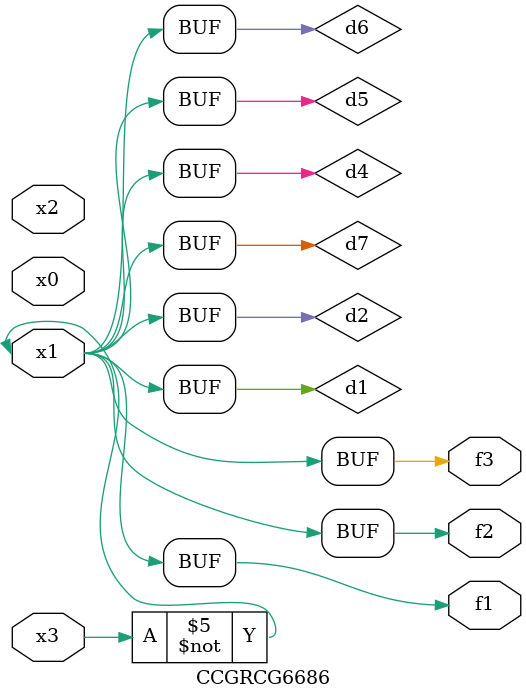
<source format=v>
module CCGRCG6686(
	input x0, x1, x2, x3,
	output f1, f2, f3
);

	wire d1, d2, d3, d4, d5, d6, d7;

	not (d1, x3);
	buf (d2, x1);
	xnor (d3, d1, d2);
	nor (d4, d1);
	buf (d5, d1, d2);
	buf (d6, d4, d5);
	nand (d7, d4);
	assign f1 = d6;
	assign f2 = d7;
	assign f3 = d6;
endmodule

</source>
